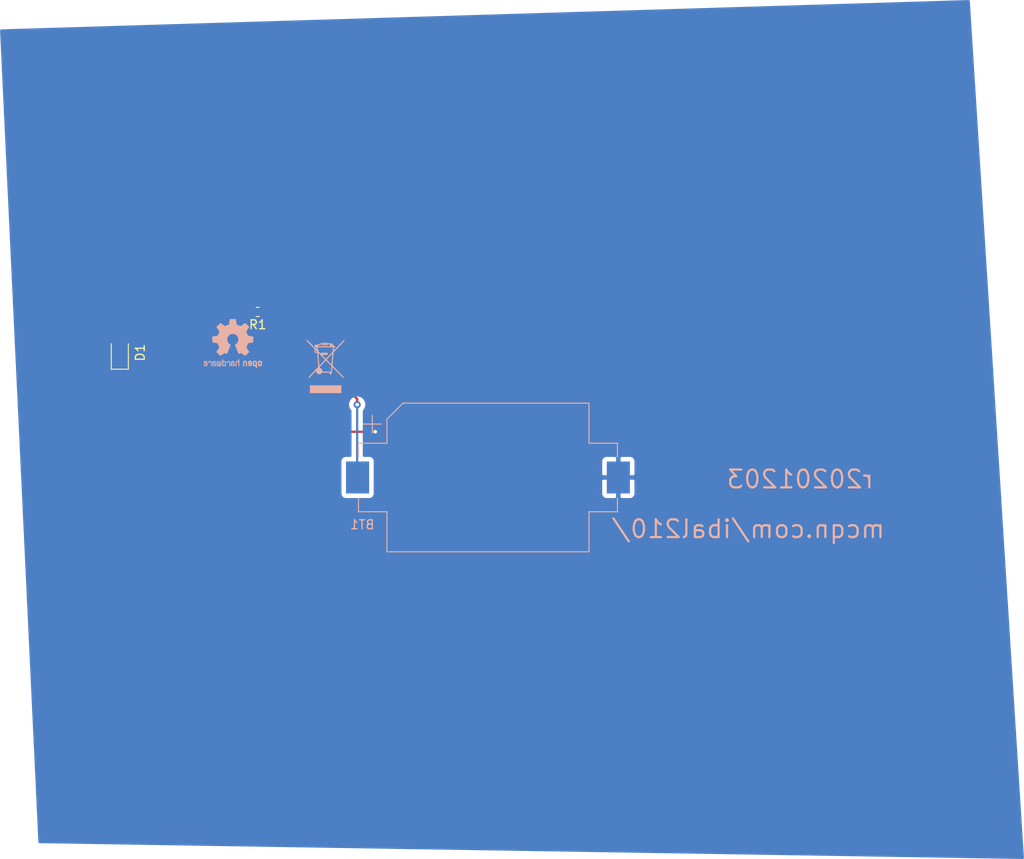
<source format=kicad_pcb>
(kicad_pcb (version 20171130) (host pcbnew 5.1.5+dfsg1-2build2)

  (general
    (thickness 1.6)
    (drawings 2)
    (tracks 17)
    (zones 0)
    (modules 5)
    (nets 4)
  )

  (page A4)
  (layers
    (0 F.Cu signal)
    (31 B.Cu signal)
    (32 B.Adhes user)
    (33 F.Adhes user)
    (34 B.Paste user)
    (35 F.Paste user)
    (36 B.SilkS user)
    (37 F.SilkS user)
    (38 B.Mask user)
    (39 F.Mask user)
    (40 Dwgs.User user)
    (41 Cmts.User user)
    (42 Eco1.User user)
    (43 Eco2.User user)
    (44 Edge.Cuts user)
    (45 Margin user)
    (46 B.CrtYd user)
    (47 F.CrtYd user)
    (48 B.Fab user)
    (49 F.Fab user)
  )

  (setup
    (last_trace_width 0.25)
    (trace_clearance 0.2)
    (zone_clearance 0.508)
    (zone_45_only no)
    (trace_min 0.2)
    (via_size 0.8)
    (via_drill 0.4)
    (via_min_size 0.4)
    (via_min_drill 0.3)
    (uvia_size 0.3)
    (uvia_drill 0.1)
    (uvias_allowed no)
    (uvia_min_size 0.2)
    (uvia_min_drill 0.1)
    (edge_width 0.05)
    (segment_width 0.2)
    (pcb_text_width 0.3)
    (pcb_text_size 1.5 1.5)
    (mod_edge_width 0.12)
    (mod_text_size 1 1)
    (mod_text_width 0.15)
    (pad_size 1.524 1.524)
    (pad_drill 0.762)
    (pad_to_mask_clearance 0.051)
    (solder_mask_min_width 0.25)
    (aux_axis_origin 0 0)
    (visible_elements FFFFFF7F)
    (pcbplotparams
      (layerselection 0x010ff_ffffffff)
      (usegerberextensions false)
      (usegerberattributes false)
      (usegerberadvancedattributes false)
      (creategerberjobfile false)
      (excludeedgelayer true)
      (linewidth 0.100000)
      (plotframeref false)
      (viasonmask false)
      (mode 1)
      (useauxorigin false)
      (hpglpennumber 1)
      (hpglpenspeed 20)
      (hpglpendiameter 15.000000)
      (psnegative false)
      (psa4output false)
      (plotreference true)
      (plotvalue true)
      (plotinvisibletext false)
      (padsonsilk false)
      (subtractmaskfromsilk false)
      (outputformat 1)
      (mirror false)
      (drillshape 0)
      (scaleselection 1)
      (outputdirectory "Output/"))
  )

  (net 0 "")
  (net 1 GND)
  (net 2 +BATT)
  (net 3 "Net-(D1-Pad2)")

  (net_class Default "This is the default net class."
    (clearance 0.2)
    (trace_width 0.25)
    (via_dia 0.8)
    (via_drill 0.4)
    (uvia_dia 0.3)
    (uvia_drill 0.1)
    (add_net +BATT)
    (add_net GND)
    (add_net "Net-(D1-Pad2)")
  )

  (module Symbol:WEEE-Logo_4.2x6mm_SilkScreen (layer B.Cu) (tedit 0) (tstamp 5FC9C57E)
    (at 107.188 69.596 180)
    (descr "Waste Electrical and Electronic Equipment Directive")
    (tags "Logo WEEE")
    (attr virtual)
    (fp_text reference REF** (at 0 0) (layer B.SilkS) hide
      (effects (font (size 1 1) (thickness 0.15)) (justify mirror))
    )
    (fp_text value WEEE-Logo_4.2x6mm_SilkScreen (at 0.75 0) (layer B.Fab) hide
      (effects (font (size 1 1) (thickness 0.15)) (justify mirror))
    )
    (fp_poly (pts (xy 2.12443 2.935152) (xy 2.123811 2.848069) (xy 1.672086 2.389109) (xy 1.220361 1.930148)
      (xy 1.220032 1.719529) (xy 1.219703 1.508911) (xy 0.94461 1.508911) (xy 0.937522 1.45547)
      (xy 0.934838 1.431112) (xy 0.930313 1.385241) (xy 0.924191 1.320595) (xy 0.916712 1.239909)
      (xy 0.908119 1.145919) (xy 0.898654 1.041363) (xy 0.888558 0.928975) (xy 0.878074 0.811493)
      (xy 0.867444 0.691652) (xy 0.856909 0.572189) (xy 0.846713 0.455841) (xy 0.837095 0.345343)
      (xy 0.8283 0.243431) (xy 0.820568 0.152842) (xy 0.814142 0.076313) (xy 0.809263 0.016579)
      (xy 0.806175 -0.023624) (xy 0.805117 -0.041559) (xy 0.805118 -0.041644) (xy 0.812827 -0.056035)
      (xy 0.835981 -0.085748) (xy 0.874895 -0.131131) (xy 0.929884 -0.192529) (xy 1.001264 -0.270288)
      (xy 1.089349 -0.364754) (xy 1.194454 -0.476272) (xy 1.316895 -0.605188) (xy 1.35131 -0.641287)
      (xy 1.897137 -1.213416) (xy 1.808881 -1.301436) (xy 1.737485 -1.223758) (xy 1.711366 -1.195686)
      (xy 1.670566 -1.152274) (xy 1.617777 -1.096366) (xy 1.555691 -1.030808) (xy 1.487 -0.958441)
      (xy 1.414396 -0.882112) (xy 1.37096 -0.836524) (xy 1.289416 -0.751119) (xy 1.223504 -0.68271)
      (xy 1.171544 -0.630053) (xy 1.131855 -0.591905) (xy 1.102757 -0.56702) (xy 1.082569 -0.554156)
      (xy 1.06961 -0.552068) (xy 1.0622 -0.559513) (xy 1.058658 -0.575246) (xy 1.057303 -0.598023)
      (xy 1.057121 -0.604239) (xy 1.047703 -0.647061) (xy 1.024497 -0.698819) (xy 0.992136 -0.751328)
      (xy 0.955252 -0.796403) (xy 0.940493 -0.810328) (xy 0.864767 -0.859047) (xy 0.776308 -0.886306)
      (xy 0.6981 -0.892773) (xy 0.609468 -0.880576) (xy 0.527612 -0.844813) (xy 0.455164 -0.786722)
      (xy 0.441797 -0.772262) (xy 0.392918 -0.716733) (xy -0.452674 -0.716733) (xy -0.452674 -0.892773)
      (xy -0.67901 -0.892773) (xy -0.67901 -0.810531) (xy -0.68185 -0.754386) (xy -0.691393 -0.715416)
      (xy -0.702991 -0.694219) (xy -0.711277 -0.679052) (xy -0.718373 -0.657062) (xy -0.724748 -0.624987)
      (xy -0.730872 -0.579569) (xy -0.737216 -0.517548) (xy -0.74425 -0.435662) (xy -0.749066 -0.374746)
      (xy -0.771161 -0.089343) (xy -1.313565 -0.638805) (xy -1.411637 -0.738228) (xy -1.505784 -0.833815)
      (xy -1.594285 -0.92381) (xy -1.67542 -1.006457) (xy -1.747469 -1.080001) (xy -1.808712 -1.142684)
      (xy -1.857427 -1.192752) (xy -1.891896 -1.228448) (xy -1.910379 -1.247995) (xy -1.940743 -1.278944)
      (xy -1.966071 -1.30053) (xy -1.979695 -1.307723) (xy -1.997095 -1.299297) (xy -2.02246 -1.278245)
      (xy -2.031058 -1.269671) (xy -2.067514 -1.23162) (xy -1.866802 -1.027658) (xy -1.815596 -0.975699)
      (xy -1.749569 -0.90882) (xy -1.671618 -0.82995) (xy -1.584638 -0.742014) (xy -1.491526 -0.647941)
      (xy -1.395179 -0.550658) (xy -1.298492 -0.453093) (xy -1.229134 -0.383145) (xy -1.123703 -0.27655)
      (xy -1.035129 -0.186307) (xy -0.962281 -0.111192) (xy -0.904023 -0.049986) (xy -0.859225 -0.001466)
      (xy -0.837021 0.023871) (xy -0.658724 0.023871) (xy -0.636401 -0.261555) (xy -0.629669 -0.345219)
      (xy -0.623157 -0.421727) (xy -0.617234 -0.487081) (xy -0.612268 -0.537281) (xy -0.608629 -0.568329)
      (xy -0.607458 -0.575273) (xy -0.600838 -0.603565) (xy 0.348636 -0.603565) (xy 0.354974 -0.524606)
      (xy 0.37411 -0.431315) (xy 0.414154 -0.348791) (xy 0.472582 -0.280038) (xy 0.546871 -0.228063)
      (xy 0.630252 -0.196863) (xy 0.657302 -0.182228) (xy 0.670844 -0.150819) (xy 0.671128 -0.149434)
      (xy 0.672753 -0.136174) (xy 0.670744 -0.122595) (xy 0.663142 -0.106181) (xy 0.647984 -0.084411)
      (xy 0.623312 -0.054767) (xy 0.587164 -0.014732) (xy 0.53758 0.038215) (xy 0.472599 0.106591)
      (xy 0.468401 0.110995) (xy 0.398507 0.184389) (xy 0.3242 0.262563) (xy 0.250586 0.340136)
      (xy 0.182771 0.411725) (xy 0.12586 0.471949) (xy 0.113168 0.485413) (xy 0.064513 0.53618)
      (xy 0.021291 0.579625) (xy -0.013395 0.612759) (xy -0.036444 0.632595) (xy -0.044182 0.636954)
      (xy -0.055722 0.62783) (xy -0.08271 0.6028) (xy -0.123021 0.563948) (xy -0.174529 0.513357)
      (xy -0.235109 0.453112) (xy -0.302636 0.385296) (xy -0.357826 0.329435) (xy -0.658724 0.023871)
      (xy -0.837021 0.023871) (xy -0.826751 0.035589) (xy -0.805471 0.062401) (xy -0.794251 0.080192)
      (xy -0.791754 0.08843) (xy -0.7927 0.10641) (xy -0.795573 0.147108) (xy -0.800187 0.208181)
      (xy -0.806358 0.287287) (xy -0.813898 0.382086) (xy -0.822621 0.490233) (xy -0.832343 0.609388)
      (xy -0.842876 0.737209) (xy -0.851365 0.839365) (xy -0.899396 1.415326) (xy -0.775805 1.415326)
      (xy -0.775273 1.402896) (xy -0.772769 1.36789) (xy -0.768496 1.312785) (xy -0.762653 1.240057)
      (xy -0.755443 1.152186) (xy -0.747066 1.051649) (xy -0.737723 0.940923) (xy -0.728758 0.835795)
      (xy -0.718602 0.716517) (xy -0.709142 0.60392) (xy -0.700596 0.500695) (xy -0.693179 0.409527)
      (xy -0.687108 0.333105) (xy -0.682601 0.274117) (xy -0.679873 0.235251) (xy -0.679116 0.220156)
      (xy -0.677935 0.210762) (xy -0.673256 0.207034) (xy -0.663276 0.210529) (xy -0.64619 0.222801)
      (xy -0.620196 0.245406) (xy -0.58349 0.2799) (xy -0.534267 0.327838) (xy -0.470726 0.390776)
      (xy -0.403305 0.458032) (xy -0.127601 0.733523) (xy -0.129533 0.735594) (xy 0.05271 0.735594)
      (xy 0.061016 0.72422) (xy 0.084267 0.697437) (xy 0.120135 0.657708) (xy 0.166287 0.607493)
      (xy 0.220394 0.549254) (xy 0.280126 0.485453) (xy 0.343152 0.418551) (xy 0.407142 0.35101)
      (xy 0.469764 0.28529) (xy 0.52869 0.223854) (xy 0.581588 0.169163) (xy 0.626128 0.123678)
      (xy 0.65998 0.089862) (xy 0.680812 0.070174) (xy 0.686494 0.066163) (xy 0.688366 0.079109)
      (xy 0.692254 0.114866) (xy 0.697943 0.171196) (xy 0.705219 0.24586) (xy 0.713869 0.33662)
      (xy 0.723678 0.441238) (xy 0.734434 0.557474) (xy 0.745921 0.683092) (xy 0.755093 0.784382)
      (xy 0.766826 0.915721) (xy 0.777665 1.039448) (xy 0.78743 1.153319) (xy 0.795937 1.255089)
      (xy 0.803005 1.342513) (xy 0.808451 1.413347) (xy 0.812092 1.465347) (xy 0.813747 1.496268)
      (xy 0.813558 1.504297) (xy 0.803666 1.497146) (xy 0.778476 1.474159) (xy 0.74019 1.437561)
      (xy 0.691011 1.389578) (xy 0.633139 1.332434) (xy 0.568778 1.268353) (xy 0.500129 1.199562)
      (xy 0.429395 1.128284) (xy 0.358778 1.056745) (xy 0.29048 0.98717) (xy 0.226704 0.921783)
      (xy 0.16965 0.862809) (xy 0.121522 0.812473) (xy 0.084522 0.773001) (xy 0.060852 0.746617)
      (xy 0.05271 0.735594) (xy -0.129533 0.735594) (xy -0.230409 0.843705) (xy -0.282768 0.899623)
      (xy -0.341535 0.962052) (xy -0.404385 1.028557) (xy -0.468995 1.096702) (xy -0.533042 1.164052)
      (xy -0.594203 1.228172) (xy -0.650153 1.286628) (xy -0.69857 1.336982) (xy -0.73713 1.376802)
      (xy -0.763509 1.40365) (xy -0.775384 1.415092) (xy -0.775805 1.415326) (xy -0.899396 1.415326)
      (xy -0.911401 1.559274) (xy -1.511938 2.190842) (xy -2.112475 2.822411) (xy -2.112034 2.910685)
      (xy -2.111592 2.99896) (xy -2.014583 2.895334) (xy -1.960291 2.837537) (xy -1.896192 2.769632)
      (xy -1.824016 2.693428) (xy -1.745492 2.610731) (xy -1.662349 2.523347) (xy -1.576319 2.433085)
      (xy -1.48913 2.34175) (xy -1.402513 2.251151) (xy -1.318197 2.163093) (xy -1.237912 2.079385)
      (xy -1.163387 2.001833) (xy -1.096354 1.932243) (xy -1.038541 1.872424) (xy -0.991679 1.824182)
      (xy -0.957496 1.789324) (xy -0.937724 1.769657) (xy -0.93339 1.765884) (xy -0.933092 1.779008)
      (xy -0.934731 1.812611) (xy -0.938023 1.86212) (xy -0.942682 1.922963) (xy -0.944682 1.947268)
      (xy -0.959577 2.125049) (xy -0.842955 2.125049) (xy -0.836934 2.096757) (xy -0.833863 2.074382)
      (xy -0.829548 2.032283) (xy -0.824488 1.975822) (xy -0.819181 1.910365) (xy -0.817344 1.886138)
      (xy -0.811927 1.816579) (xy -0.806459 1.751982) (xy -0.801488 1.698452) (xy -0.797561 1.66209)
      (xy -0.796675 1.655491) (xy -0.793334 1.641944) (xy -0.786101 1.626086) (xy -0.77344 1.606139)
      (xy -0.753811 1.580327) (xy -0.725678 1.546871) (xy -0.687502 1.503993) (xy -0.637746 1.449917)
      (xy -0.574871 1.382864) (xy -0.497341 1.301057) (xy -0.418251 1.21805) (xy -0.339564 1.135906)
      (xy -0.266112 1.059831) (xy -0.199724 0.991675) (xy -0.142227 0.933288) (xy -0.095451 0.886519)
      (xy -0.061224 0.853218) (xy -0.041373 0.835233) (xy -0.03714 0.832558) (xy -0.026003 0.842259)
      (xy 0.000029 0.867559) (xy 0.03843 0.905918) (xy 0.086672 0.9548) (xy 0.14223 1.011666)
      (xy 0.182408 1.053094) (xy 0.392169 1.27) (xy -0.226337 1.27) (xy -0.226337 1.508911)
      (xy 0.528119 1.508911) (xy 0.528119 1.402458) (xy 0.666435 1.540346) (xy 0.764553 1.63816)
      (xy 0.955643 1.63816) (xy 0.957471 1.62273) (xy 0.966723 1.614133) (xy 0.98905 1.610387)
      (xy 1.030105 1.609511) (xy 1.037376 1.609505) (xy 1.119109 1.609505) (xy 1.119109 1.828828)
      (xy 1.037376 1.747821) (xy 0.99127 1.698572) (xy 0.963694 1.660841) (xy 0.955643 1.63816)
      (xy 0.764553 1.63816) (xy 0.804752 1.678234) (xy 0.804752 1.801048) (xy 0.805137 1.85755)
      (xy 0.8069 1.893495) (xy 0.81095 1.91347) (xy 0.818199 1.922063) (xy 0.82913 1.923861)
      (xy 0.841288 1.926502) (xy 0.850273 1.937088) (xy 0.857174 1.959619) (xy 0.863076 1.998091)
      (xy 0.869065 2.056502) (xy 0.870987 2.077896) (xy 0.875148 2.125049) (xy -0.842955 2.125049)
      (xy -0.959577 2.125049) (xy -1.119109 2.125049) (xy -1.119109 2.238218) (xy -1.051314 2.238218)
      (xy -1.011662 2.239304) (xy -0.990116 2.244546) (xy -0.98748 2.247666) (xy -0.848616 2.247666)
      (xy -0.841308 2.240538) (xy -0.815993 2.238338) (xy -0.798908 2.238218) (xy -0.741881 2.238218)
      (xy -0.529221 2.238218) (xy 0.885302 2.238218) (xy 0.837458 2.287214) (xy 0.76315 2.347676)
      (xy 0.671184 2.394309) (xy 0.560002 2.427751) (xy 0.449529 2.446247) (xy 0.377227 2.454878)
      (xy 0.377227 2.36396) (xy -0.201188 2.36396) (xy -0.201188 2.467107) (xy -0.286065 2.458504)
      (xy -0.345368 2.451244) (xy -0.408551 2.441621) (xy -0.446386 2.434748) (xy -0.521832 2.419593)
      (xy -0.525526 2.328905) (xy -0.529221 2.238218) (xy -0.741881 2.238218) (xy -0.741881 2.288515)
      (xy -0.743544 2.320024) (xy -0.747697 2.337537) (xy -0.749371 2.338812) (xy -0.767987 2.330746)
      (xy -0.795183 2.31118) (xy -0.822448 2.287056) (xy -0.841267 2.265318) (xy -0.842943 2.262492)
      (xy -0.848616 2.247666) (xy -0.98748 2.247666) (xy -0.979662 2.256919) (xy -0.975442 2.270396)
      (xy -0.958219 2.305373) (xy -0.925138 2.347421) (xy -0.881893 2.390644) (xy -0.834174 2.429146)
      (xy -0.80283 2.449199) (xy -0.767123 2.471149) (xy -0.748819 2.489589) (xy -0.742388 2.511332)
      (xy -0.741894 2.524282) (xy -0.741894 2.527425) (xy -0.100594 2.527425) (xy -0.100594 2.464554)
      (xy 0.276633 2.464554) (xy 0.276633 2.527425) (xy -0.100594 2.527425) (xy -0.741894 2.527425)
      (xy -0.741881 2.565148) (xy -0.636048 2.565148) (xy -0.587355 2.563971) (xy -0.549405 2.560835)
      (xy -0.528308 2.556329) (xy -0.526023 2.554505) (xy -0.512641 2.551705) (xy -0.480074 2.552852)
      (xy -0.433916 2.557607) (xy -0.402376 2.561997) (xy -0.345188 2.570622) (xy -0.292886 2.578409)
      (xy -0.253582 2.584153) (xy -0.242055 2.585785) (xy -0.211937 2.595112) (xy -0.201188 2.609728)
      (xy -0.19792 2.61568) (xy -0.18623 2.620222) (xy -0.163288 2.62353) (xy -0.126265 2.625785)
      (xy -0.072332 2.627166) (xy 0.00134 2.62785) (xy 0.08802 2.62802) (xy 0.180529 2.627923)
      (xy 0.250906 2.62747) (xy 0.302164 2.62641) (xy 0.33732 2.624497) (xy 0.359389 2.621481)
      (xy 0.371385 2.617115) (xy 0.376324 2.611151) (xy 0.377227 2.604216) (xy 0.384921 2.582205)
      (xy 0.410121 2.569679) (xy 0.456009 2.565212) (xy 0.464264 2.565148) (xy 0.541973 2.557132)
      (xy 0.630233 2.535064) (xy 0.721085 2.501916) (xy 0.80657 2.460661) (xy 0.878726 2.414269)
      (xy 0.888072 2.406918) (xy 0.918533 2.383002) (xy 0.936572 2.373424) (xy 0.949169 2.37652)
      (xy 0.9621 2.389296) (xy 1.000293 2.414322) (xy 1.049998 2.423929) (xy 1.103524 2.418933)
      (xy 1.153178 2.400149) (xy 1.191267 2.368394) (xy 1.194025 2.364703) (xy 1.222526 2.305425)
      (xy 1.227828 2.244066) (xy 1.210518 2.185573) (xy 1.17118 2.134896) (xy 1.16637 2.130711)
      (xy 1.13844 2.110833) (xy 1.110102 2.102079) (xy 1.070263 2.101447) (xy 1.060311 2.102008)
      (xy 1.021332 2.103438) (xy 1.001254 2.100161) (xy 0.993985 2.090272) (xy 0.99324 2.081039)
      (xy 0.991716 2.054256) (xy 0.987935 2.013975) (xy 0.985218 1.989876) (xy 0.981277 1.951599)
      (xy 0.982916 1.932004) (xy 0.992421 1.924842) (xy 1.009351 1.923861) (xy 1.019392 1.927099)
      (xy 1.03559 1.93758) (xy 1.059145 1.956452) (xy 1.091257 1.984865) (xy 1.133128 2.023965)
      (xy 1.185957 2.074903) (xy 1.250945 2.138827) (xy 1.329291 2.216886) (xy 1.422197 2.310228)
      (xy 1.530863 2.420002) (xy 1.583231 2.473048) (xy 2.125049 3.022233) (xy 2.12443 2.935152)) (layer B.SilkS) (width 0.01))
    (fp_poly (pts (xy 1.747822 -3.017822) (xy -1.772971 -3.017822) (xy -1.772971 -2.150198) (xy 1.747822 -2.150198)
      (xy 1.747822 -3.017822)) (layer B.SilkS) (width 0.01))
  )

  (module Symbol:OSHW-Logo2_7.3x6mm_SilkScreen (layer B.Cu) (tedit 0) (tstamp 5FC9BFE7)
    (at 96.774 67.056 180)
    (descr "Open Source Hardware Symbol")
    (tags "Logo Symbol OSHW")
    (attr virtual)
    (fp_text reference REF** (at 0 0) (layer B.SilkS) hide
      (effects (font (size 1 1) (thickness 0.15)) (justify mirror))
    )
    (fp_text value OSHW-Logo2_7.3x6mm_SilkScreen (at 0.75 0) (layer B.Fab) hide
      (effects (font (size 1 1) (thickness 0.15)) (justify mirror))
    )
    (fp_poly (pts (xy 0.10391 2.757652) (xy 0.182454 2.757222) (xy 0.239298 2.756058) (xy 0.278105 2.753793)
      (xy 0.302538 2.75006) (xy 0.316262 2.744494) (xy 0.32294 2.736727) (xy 0.326236 2.726395)
      (xy 0.326556 2.725057) (xy 0.331562 2.700921) (xy 0.340829 2.653299) (xy 0.353392 2.587259)
      (xy 0.368287 2.507872) (xy 0.384551 2.420204) (xy 0.385119 2.417125) (xy 0.40141 2.331211)
      (xy 0.416652 2.255304) (xy 0.429861 2.193955) (xy 0.440054 2.151718) (xy 0.446248 2.133145)
      (xy 0.446543 2.132816) (xy 0.464788 2.123747) (xy 0.502405 2.108633) (xy 0.551271 2.090738)
      (xy 0.551543 2.090642) (xy 0.613093 2.067507) (xy 0.685657 2.038035) (xy 0.754057 2.008403)
      (xy 0.757294 2.006938) (xy 0.868702 1.956374) (xy 1.115399 2.12484) (xy 1.191077 2.176197)
      (xy 1.259631 2.222111) (xy 1.317088 2.25997) (xy 1.359476 2.287163) (xy 1.382825 2.301079)
      (xy 1.385042 2.302111) (xy 1.40201 2.297516) (xy 1.433701 2.275345) (xy 1.481352 2.234553)
      (xy 1.546198 2.174095) (xy 1.612397 2.109773) (xy 1.676214 2.046388) (xy 1.733329 1.988549)
      (xy 1.780305 1.939825) (xy 1.813703 1.90379) (xy 1.830085 1.884016) (xy 1.830694 1.882998)
      (xy 1.832505 1.869428) (xy 1.825683 1.847267) (xy 1.80854 1.813522) (xy 1.779393 1.7652)
      (xy 1.736555 1.699308) (xy 1.679448 1.614483) (xy 1.628766 1.539823) (xy 1.583461 1.47286)
      (xy 1.54615 1.417484) (xy 1.519452 1.37758) (xy 1.505985 1.357038) (xy 1.505137 1.355644)
      (xy 1.506781 1.335962) (xy 1.519245 1.297707) (xy 1.540048 1.248111) (xy 1.547462 1.232272)
      (xy 1.579814 1.16171) (xy 1.614328 1.081647) (xy 1.642365 1.012371) (xy 1.662568 0.960955)
      (xy 1.678615 0.921881) (xy 1.687888 0.901459) (xy 1.689041 0.899886) (xy 1.706096 0.897279)
      (xy 1.746298 0.890137) (xy 1.804302 0.879477) (xy 1.874763 0.866315) (xy 1.952335 0.851667)
      (xy 2.031672 0.836551) (xy 2.107431 0.821982) (xy 2.174264 0.808978) (xy 2.226828 0.798555)
      (xy 2.259776 0.79173) (xy 2.267857 0.789801) (xy 2.276205 0.785038) (xy 2.282506 0.774282)
      (xy 2.287045 0.753902) (xy 2.290104 0.720266) (xy 2.291967 0.669745) (xy 2.292918 0.598708)
      (xy 2.29324 0.503524) (xy 2.293257 0.464508) (xy 2.293257 0.147201) (xy 2.217057 0.132161)
      (xy 2.174663 0.124005) (xy 2.1114 0.112101) (xy 2.034962 0.097884) (xy 1.953043 0.08279)
      (xy 1.9304 0.078645) (xy 1.854806 0.063947) (xy 1.788953 0.049495) (xy 1.738366 0.036625)
      (xy 1.708574 0.026678) (xy 1.703612 0.023713) (xy 1.691426 0.002717) (xy 1.673953 -0.037967)
      (xy 1.654577 -0.090322) (xy 1.650734 -0.1016) (xy 1.625339 -0.171523) (xy 1.593817 -0.250418)
      (xy 1.562969 -0.321266) (xy 1.562817 -0.321595) (xy 1.511447 -0.432733) (xy 1.680399 -0.681253)
      (xy 1.849352 -0.929772) (xy 1.632429 -1.147058) (xy 1.566819 -1.211726) (xy 1.506979 -1.268733)
      (xy 1.456267 -1.315033) (xy 1.418046 -1.347584) (xy 1.395675 -1.363343) (xy 1.392466 -1.364343)
      (xy 1.373626 -1.356469) (xy 1.33518 -1.334578) (xy 1.28133 -1.301267) (xy 1.216276 -1.259131)
      (xy 1.14594 -1.211943) (xy 1.074555 -1.16381) (xy 1.010908 -1.121928) (xy 0.959041 -1.088871)
      (xy 0.922995 -1.067218) (xy 0.906867 -1.059543) (xy 0.887189 -1.066037) (xy 0.849875 -1.08315)
      (xy 0.802621 -1.107326) (xy 0.797612 -1.110013) (xy 0.733977 -1.141927) (xy 0.690341 -1.157579)
      (xy 0.663202 -1.157745) (xy 0.649057 -1.143204) (xy 0.648975 -1.143) (xy 0.641905 -1.125779)
      (xy 0.625042 -1.084899) (xy 0.599695 -1.023525) (xy 0.567171 -0.944819) (xy 0.528778 -0.851947)
      (xy 0.485822 -0.748072) (xy 0.444222 -0.647502) (xy 0.398504 -0.536516) (xy 0.356526 -0.433703)
      (xy 0.319548 -0.342215) (xy 0.288827 -0.265201) (xy 0.265622 -0.205815) (xy 0.25119 -0.167209)
      (xy 0.246743 -0.1528) (xy 0.257896 -0.136272) (xy 0.287069 -0.10993) (xy 0.325971 -0.080887)
      (xy 0.436757 0.010961) (xy 0.523351 0.116241) (xy 0.584716 0.232734) (xy 0.619815 0.358224)
      (xy 0.627608 0.490493) (xy 0.621943 0.551543) (xy 0.591078 0.678205) (xy 0.53792 0.790059)
      (xy 0.465767 0.885999) (xy 0.377917 0.964924) (xy 0.277665 1.02573) (xy 0.16831 1.067313)
      (xy 0.053147 1.088572) (xy -0.064525 1.088401) (xy -0.18141 1.065699) (xy -0.294211 1.019362)
      (xy -0.399631 0.948287) (xy -0.443632 0.908089) (xy -0.528021 0.804871) (xy -0.586778 0.692075)
      (xy -0.620296 0.57299) (xy -0.628965 0.450905) (xy -0.613177 0.329107) (xy -0.573322 0.210884)
      (xy -0.509793 0.099525) (xy -0.422979 -0.001684) (xy -0.325971 -0.080887) (xy -0.285563 -0.111162)
      (xy -0.257018 -0.137219) (xy -0.246743 -0.152825) (xy -0.252123 -0.169843) (xy -0.267425 -0.2105)
      (xy -0.291388 -0.271642) (xy -0.322756 -0.350119) (xy -0.360268 -0.44278) (xy -0.402667 -0.546472)
      (xy -0.444337 -0.647526) (xy -0.49031 -0.758607) (xy -0.532893 -0.861541) (xy -0.570779 -0.953165)
      (xy -0.60266 -1.030316) (xy -0.627229 -1.089831) (xy -0.64318 -1.128544) (xy -0.64909 -1.143)
      (xy -0.663052 -1.157685) (xy -0.69006 -1.157642) (xy -0.733587 -1.142099) (xy -0.79711 -1.110284)
      (xy -0.797612 -1.110013) (xy -0.84544 -1.085323) (xy -0.884103 -1.067338) (xy -0.905905 -1.059614)
      (xy -0.906867 -1.059543) (xy -0.923279 -1.067378) (xy -0.959513 -1.089165) (xy -1.011526 -1.122328)
      (xy -1.075275 -1.164291) (xy -1.14594 -1.211943) (xy -1.217884 -1.260191) (xy -1.282726 -1.302151)
      (xy -1.336265 -1.335227) (xy -1.374303 -1.356821) (xy -1.392467 -1.364343) (xy -1.409192 -1.354457)
      (xy -1.44282 -1.326826) (xy -1.48999 -1.284495) (xy -1.547342 -1.230505) (xy -1.611516 -1.167899)
      (xy -1.632503 -1.146983) (xy -1.849501 -0.929623) (xy -1.684332 -0.68722) (xy -1.634136 -0.612781)
      (xy -1.590081 -0.545972) (xy -1.554638 -0.490665) (xy -1.530281 -0.450729) (xy -1.519478 -0.430036)
      (xy -1.519162 -0.428563) (xy -1.524857 -0.409058) (xy -1.540174 -0.369822) (xy -1.562463 -0.31743)
      (xy -1.578107 -0.282355) (xy -1.607359 -0.215201) (xy -1.634906 -0.147358) (xy -1.656263 -0.090034)
      (xy -1.662065 -0.072572) (xy -1.678548 -0.025938) (xy -1.69466 0.010095) (xy -1.70351 0.023713)
      (xy -1.72304 0.032048) (xy -1.765666 0.043863) (xy -1.825855 0.057819) (xy -1.898078 0.072578)
      (xy -1.9304 0.078645) (xy -2.012478 0.093727) (xy -2.091205 0.108331) (xy -2.158891 0.12102)
      (xy -2.20784 0.130358) (xy -2.217057 0.132161) (xy -2.293257 0.147201) (xy -2.293257 0.464508)
      (xy -2.293086 0.568846) (xy -2.292384 0.647787) (xy -2.290866 0.704962) (xy -2.288251 0.744001)
      (xy -2.284254 0.768535) (xy -2.278591 0.782195) (xy -2.27098 0.788611) (xy -2.267857 0.789801)
      (xy -2.249022 0.79402) (xy -2.207412 0.802438) (xy -2.14837 0.814039) (xy -2.077243 0.827805)
      (xy -1.999375 0.84272) (xy -1.920113 0.857768) (xy -1.844802 0.871931) (xy -1.778787 0.884194)
      (xy -1.727413 0.893539) (xy -1.696025 0.89895) (xy -1.689041 0.899886) (xy -1.682715 0.912404)
      (xy -1.66871 0.945754) (xy -1.649645 0.993623) (xy -1.642366 1.012371) (xy -1.613004 1.084805)
      (xy -1.578429 1.16483) (xy -1.547463 1.232272) (xy -1.524677 1.283841) (xy -1.509518 1.326215)
      (xy -1.504458 1.352166) (xy -1.505264 1.355644) (xy -1.515959 1.372064) (xy -1.54038 1.408583)
      (xy -1.575905 1.461313) (xy -1.619913 1.526365) (xy -1.669783 1.599849) (xy -1.679644 1.614355)
      (xy -1.737508 1.700296) (xy -1.780044 1.765739) (xy -1.808946 1.813696) (xy -1.82591 1.84718)
      (xy -1.832633 1.869205) (xy -1.83081 1.882783) (xy -1.830764 1.882869) (xy -1.816414 1.900703)
      (xy -1.784677 1.935183) (xy -1.73899 1.982732) (xy -1.682796 2.039778) (xy -1.619532 2.102745)
      (xy -1.612398 2.109773) (xy -1.53267 2.18698) (xy -1.471143 2.24367) (xy -1.426579 2.28089)
      (xy -1.397743 2.299685) (xy -1.385042 2.302111) (xy -1.366506 2.291529) (xy -1.328039 2.267084)
      (xy -1.273614 2.231388) (xy -1.207202 2.187053) (xy -1.132775 2.136689) (xy -1.115399 2.12484)
      (xy -0.868703 1.956374) (xy -0.757294 2.006938) (xy -0.689543 2.036405) (xy -0.616817 2.066041)
      (xy -0.554297 2.08967) (xy -0.551543 2.090642) (xy -0.50264 2.108543) (xy -0.464943 2.12368)
      (xy -0.446575 2.13279) (xy -0.446544 2.132816) (xy -0.440715 2.149283) (xy -0.430808 2.189781)
      (xy -0.417805 2.249758) (xy -0.402691 2.32466) (xy -0.386448 2.409936) (xy -0.385119 2.417125)
      (xy -0.368825 2.504986) (xy -0.353867 2.58474) (xy -0.341209 2.651319) (xy -0.331814 2.699653)
      (xy -0.326646 2.724675) (xy -0.326556 2.725057) (xy -0.323411 2.735701) (xy -0.317296 2.743738)
      (xy -0.304547 2.749533) (xy -0.2815 2.753453) (xy -0.244491 2.755865) (xy -0.189856 2.757135)
      (xy -0.113933 2.757629) (xy -0.013056 2.757714) (xy 0 2.757714) (xy 0.10391 2.757652)) (layer B.SilkS) (width 0.01))
    (fp_poly (pts (xy 3.153595 -1.966966) (xy 3.211021 -2.004497) (xy 3.238719 -2.038096) (xy 3.260662 -2.099064)
      (xy 3.262405 -2.147308) (xy 3.258457 -2.211816) (xy 3.109686 -2.276934) (xy 3.037349 -2.310202)
      (xy 2.990084 -2.336964) (xy 2.965507 -2.360144) (xy 2.961237 -2.382667) (xy 2.974889 -2.407455)
      (xy 2.989943 -2.423886) (xy 3.033746 -2.450235) (xy 3.081389 -2.452081) (xy 3.125145 -2.431546)
      (xy 3.157289 -2.390752) (xy 3.163038 -2.376347) (xy 3.190576 -2.331356) (xy 3.222258 -2.312182)
      (xy 3.265714 -2.295779) (xy 3.265714 -2.357966) (xy 3.261872 -2.400283) (xy 3.246823 -2.435969)
      (xy 3.21528 -2.476943) (xy 3.210592 -2.482267) (xy 3.175506 -2.51872) (xy 3.145347 -2.538283)
      (xy 3.107615 -2.547283) (xy 3.076335 -2.55023) (xy 3.020385 -2.550965) (xy 2.980555 -2.54166)
      (xy 2.955708 -2.527846) (xy 2.916656 -2.497467) (xy 2.889625 -2.464613) (xy 2.872517 -2.423294)
      (xy 2.863238 -2.367521) (xy 2.859693 -2.291305) (xy 2.85941 -2.252622) (xy 2.860372 -2.206247)
      (xy 2.948007 -2.206247) (xy 2.949023 -2.231126) (xy 2.951556 -2.2352) (xy 2.968274 -2.229665)
      (xy 3.004249 -2.215017) (xy 3.052331 -2.19419) (xy 3.062386 -2.189714) (xy 3.123152 -2.158814)
      (xy 3.156632 -2.131657) (xy 3.16399 -2.10622) (xy 3.146391 -2.080481) (xy 3.131856 -2.069109)
      (xy 3.07941 -2.046364) (xy 3.030322 -2.050122) (xy 2.989227 -2.077884) (xy 2.960758 -2.127152)
      (xy 2.951631 -2.166257) (xy 2.948007 -2.206247) (xy 2.860372 -2.206247) (xy 2.861285 -2.162249)
      (xy 2.868196 -2.095384) (xy 2.881884 -2.046695) (xy 2.904096 -2.010849) (xy 2.936574 -1.982513)
      (xy 2.950733 -1.973355) (xy 3.015053 -1.949507) (xy 3.085473 -1.948006) (xy 3.153595 -1.966966)) (layer B.SilkS) (width 0.01))
    (fp_poly (pts (xy 2.6526 -1.958752) (xy 2.669948 -1.966334) (xy 2.711356 -1.999128) (xy 2.746765 -2.046547)
      (xy 2.768664 -2.097151) (xy 2.772229 -2.122098) (xy 2.760279 -2.156927) (xy 2.734067 -2.175357)
      (xy 2.705964 -2.186516) (xy 2.693095 -2.188572) (xy 2.686829 -2.173649) (xy 2.674456 -2.141175)
      (xy 2.669028 -2.126502) (xy 2.63859 -2.075744) (xy 2.59452 -2.050427) (xy 2.53801 -2.051206)
      (xy 2.533825 -2.052203) (xy 2.503655 -2.066507) (xy 2.481476 -2.094393) (xy 2.466327 -2.139287)
      (xy 2.45725 -2.204615) (xy 2.453286 -2.293804) (xy 2.452914 -2.341261) (xy 2.45273 -2.416071)
      (xy 2.451522 -2.467069) (xy 2.448309 -2.499471) (xy 2.442109 -2.518495) (xy 2.43194 -2.529356)
      (xy 2.416819 -2.537272) (xy 2.415946 -2.53767) (xy 2.386828 -2.549981) (xy 2.372403 -2.554514)
      (xy 2.370186 -2.540809) (xy 2.368289 -2.502925) (xy 2.366847 -2.445715) (xy 2.365998 -2.374027)
      (xy 2.365829 -2.321565) (xy 2.366692 -2.220047) (xy 2.37007 -2.143032) (xy 2.377142 -2.086023)
      (xy 2.389088 -2.044526) (xy 2.40709 -2.014043) (xy 2.432327 -1.99008) (xy 2.457247 -1.973355)
      (xy 2.517171 -1.951097) (xy 2.586911 -1.946076) (xy 2.6526 -1.958752)) (layer B.SilkS) (width 0.01))
    (fp_poly (pts (xy 2.144876 -1.956335) (xy 2.186667 -1.975344) (xy 2.219469 -1.998378) (xy 2.243503 -2.024133)
      (xy 2.260097 -2.057358) (xy 2.270577 -2.1028) (xy 2.276271 -2.165207) (xy 2.278507 -2.249327)
      (xy 2.278743 -2.304721) (xy 2.278743 -2.520826) (xy 2.241774 -2.53767) (xy 2.212656 -2.549981)
      (xy 2.198231 -2.554514) (xy 2.195472 -2.541025) (xy 2.193282 -2.504653) (xy 2.191942 -2.451542)
      (xy 2.191657 -2.409372) (xy 2.190434 -2.348447) (xy 2.187136 -2.300115) (xy 2.182321 -2.270518)
      (xy 2.178496 -2.264229) (xy 2.152783 -2.270652) (xy 2.112418 -2.287125) (xy 2.065679 -2.309458)
      (xy 2.020845 -2.333457) (xy 1.986193 -2.35493) (xy 1.970002 -2.369685) (xy 1.969938 -2.369845)
      (xy 1.97133 -2.397152) (xy 1.983818 -2.423219) (xy 2.005743 -2.444392) (xy 2.037743 -2.451474)
      (xy 2.065092 -2.450649) (xy 2.103826 -2.450042) (xy 2.124158 -2.459116) (xy 2.136369 -2.483092)
      (xy 2.137909 -2.487613) (xy 2.143203 -2.521806) (xy 2.129047 -2.542568) (xy 2.092148 -2.552462)
      (xy 2.052289 -2.554292) (xy 1.980562 -2.540727) (xy 1.943432 -2.521355) (xy 1.897576 -2.475845)
      (xy 1.873256 -2.419983) (xy 1.871073 -2.360957) (xy 1.891629 -2.305953) (xy 1.922549 -2.271486)
      (xy 1.95342 -2.252189) (xy 2.001942 -2.227759) (xy 2.058485 -2.202985) (xy 2.06791 -2.199199)
      (xy 2.130019 -2.171791) (xy 2.165822 -2.147634) (xy 2.177337 -2.123619) (xy 2.16658 -2.096635)
      (xy 2.148114 -2.075543) (xy 2.104469 -2.049572) (xy 2.056446 -2.047624) (xy 2.012406 -2.067637)
      (xy 1.980709 -2.107551) (xy 1.976549 -2.117848) (xy 1.952327 -2.155724) (xy 1.916965 -2.183842)
      (xy 1.872343 -2.206917) (xy 1.872343 -2.141485) (xy 1.874969 -2.101506) (xy 1.88623 -2.069997)
      (xy 1.911199 -2.036378) (xy 1.935169 -2.010484) (xy 1.972441 -1.973817) (xy 2.001401 -1.954121)
      (xy 2.032505 -1.94622) (xy 2.067713 -1.944914) (xy 2.144876 -1.956335)) (layer B.SilkS) (width 0.01))
    (fp_poly (pts (xy 1.779833 -1.958663) (xy 1.782048 -1.99685) (xy 1.783784 -2.054886) (xy 1.784899 -2.12818)
      (xy 1.785257 -2.205055) (xy 1.785257 -2.465196) (xy 1.739326 -2.511127) (xy 1.707675 -2.539429)
      (xy 1.67989 -2.550893) (xy 1.641915 -2.550168) (xy 1.62684 -2.548321) (xy 1.579726 -2.542948)
      (xy 1.540756 -2.539869) (xy 1.531257 -2.539585) (xy 1.499233 -2.541445) (xy 1.453432 -2.546114)
      (xy 1.435674 -2.548321) (xy 1.392057 -2.551735) (xy 1.362745 -2.54432) (xy 1.33368 -2.521427)
      (xy 1.323188 -2.511127) (xy 1.277257 -2.465196) (xy 1.277257 -1.978602) (xy 1.314226 -1.961758)
      (xy 1.346059 -1.949282) (xy 1.364683 -1.944914) (xy 1.369458 -1.958718) (xy 1.373921 -1.997286)
      (xy 1.377775 -2.056356) (xy 1.380722 -2.131663) (xy 1.382143 -2.195286) (xy 1.386114 -2.445657)
      (xy 1.420759 -2.450556) (xy 1.452268 -2.447131) (xy 1.467708 -2.436041) (xy 1.472023 -2.415308)
      (xy 1.475708 -2.371145) (xy 1.478469 -2.309146) (xy 1.480012 -2.234909) (xy 1.480235 -2.196706)
      (xy 1.480457 -1.976783) (xy 1.526166 -1.960849) (xy 1.558518 -1.950015) (xy 1.576115 -1.944962)
      (xy 1.576623 -1.944914) (xy 1.578388 -1.958648) (xy 1.580329 -1.99673) (xy 1.582282 -2.054482)
      (xy 1.584084 -2.127227) (xy 1.585343 -2.195286) (xy 1.589314 -2.445657) (xy 1.6764 -2.445657)
      (xy 1.680396 -2.21724) (xy 1.684392 -1.988822) (xy 1.726847 -1.966868) (xy 1.758192 -1.951793)
      (xy 1.776744 -1.944951) (xy 1.777279 -1.944914) (xy 1.779833 -1.958663)) (layer B.SilkS) (width 0.01))
    (fp_poly (pts (xy 1.190117 -2.065358) (xy 1.189933 -2.173837) (xy 1.189219 -2.257287) (xy 1.187675 -2.319704)
      (xy 1.185001 -2.365085) (xy 1.180894 -2.397429) (xy 1.175055 -2.420733) (xy 1.167182 -2.438995)
      (xy 1.161221 -2.449418) (xy 1.111855 -2.505945) (xy 1.049264 -2.541377) (xy 0.980013 -2.55409)
      (xy 0.910668 -2.542463) (xy 0.869375 -2.521568) (xy 0.826025 -2.485422) (xy 0.796481 -2.441276)
      (xy 0.778655 -2.383462) (xy 0.770463 -2.306313) (xy 0.769302 -2.249714) (xy 0.769458 -2.245647)
      (xy 0.870857 -2.245647) (xy 0.871476 -2.31055) (xy 0.874314 -2.353514) (xy 0.88084 -2.381622)
      (xy 0.892523 -2.401953) (xy 0.906483 -2.417288) (xy 0.953365 -2.44689) (xy 1.003701 -2.449419)
      (xy 1.051276 -2.424705) (xy 1.054979 -2.421356) (xy 1.070783 -2.403935) (xy 1.080693 -2.383209)
      (xy 1.086058 -2.352362) (xy 1.088228 -2.304577) (xy 1.088571 -2.251748) (xy 1.087827 -2.185381)
      (xy 1.084748 -2.141106) (xy 1.078061 -2.112009) (xy 1.066496 -2.091173) (xy 1.057013 -2.080107)
      (xy 1.01296 -2.052198) (xy 0.962224 -2.048843) (xy 0.913796 -2.070159) (xy 0.90445 -2.078073)
      (xy 0.88854 -2.095647) (xy 0.87861 -2.116587) (xy 0.873278 -2.147782) (xy 0.871163 -2.196122)
      (xy 0.870857 -2.245647) (xy 0.769458 -2.245647) (xy 0.77281 -2.158568) (xy 0.784726 -2.090086)
      (xy 0.807135 -2.0386) (xy 0.842124 -1.998443) (xy 0.869375 -1.977861) (xy 0.918907 -1.955625)
      (xy 0.976316 -1.945304) (xy 1.029682 -1.948067) (xy 1.059543 -1.959212) (xy 1.071261 -1.962383)
      (xy 1.079037 -1.950557) (xy 1.084465 -1.918866) (xy 1.088571 -1.870593) (xy 1.093067 -1.816829)
      (xy 1.099313 -1.784482) (xy 1.110676 -1.765985) (xy 1.130528 -1.75377) (xy 1.143 -1.748362)
      (xy 1.190171 -1.728601) (xy 1.190117 -2.065358)) (layer B.SilkS) (width 0.01))
    (fp_poly (pts (xy 0.529926 -1.949755) (xy 0.595858 -1.974084) (xy 0.649273 -2.017117) (xy 0.670164 -2.047409)
      (xy 0.692939 -2.102994) (xy 0.692466 -2.143186) (xy 0.668562 -2.170217) (xy 0.659717 -2.174813)
      (xy 0.62153 -2.189144) (xy 0.602028 -2.185472) (xy 0.595422 -2.161407) (xy 0.595086 -2.148114)
      (xy 0.582992 -2.09921) (xy 0.551471 -2.064999) (xy 0.507659 -2.048476) (xy 0.458695 -2.052634)
      (xy 0.418894 -2.074227) (xy 0.40545 -2.086544) (xy 0.395921 -2.101487) (xy 0.389485 -2.124075)
      (xy 0.385317 -2.159328) (xy 0.382597 -2.212266) (xy 0.380502 -2.287907) (xy 0.37996 -2.311857)
      (xy 0.377981 -2.39379) (xy 0.375731 -2.451455) (xy 0.372357 -2.489608) (xy 0.367006 -2.513004)
      (xy 0.358824 -2.526398) (xy 0.346959 -2.534545) (xy 0.339362 -2.538144) (xy 0.307102 -2.550452)
      (xy 0.288111 -2.554514) (xy 0.281836 -2.540948) (xy 0.278006 -2.499934) (xy 0.2766 -2.430999)
      (xy 0.277598 -2.333669) (xy 0.277908 -2.318657) (xy 0.280101 -2.229859) (xy 0.282693 -2.165019)
      (xy 0.286382 -2.119067) (xy 0.291864 -2.086935) (xy 0.299835 -2.063553) (xy 0.310993 -2.043852)
      (xy 0.31683 -2.03541) (xy 0.350296 -1.998057) (xy 0.387727 -1.969003) (xy 0.392309 -1.966467)
      (xy 0.459426 -1.946443) (xy 0.529926 -1.949755)) (layer B.SilkS) (width 0.01))
    (fp_poly (pts (xy 0.039744 -1.950968) (xy 0.096616 -1.972087) (xy 0.097267 -1.972493) (xy 0.13244 -1.99838)
      (xy 0.158407 -2.028633) (xy 0.17667 -2.068058) (xy 0.188732 -2.121462) (xy 0.196096 -2.193651)
      (xy 0.200264 -2.289432) (xy 0.200629 -2.303078) (xy 0.205876 -2.508842) (xy 0.161716 -2.531678)
      (xy 0.129763 -2.54711) (xy 0.11047 -2.554423) (xy 0.109578 -2.554514) (xy 0.106239 -2.541022)
      (xy 0.103587 -2.504626) (xy 0.101956 -2.451452) (xy 0.1016 -2.408393) (xy 0.101592 -2.338641)
      (xy 0.098403 -2.294837) (xy 0.087288 -2.273944) (xy 0.063501 -2.272925) (xy 0.022296 -2.288741)
      (xy -0.039914 -2.317815) (xy -0.085659 -2.341963) (xy -0.109187 -2.362913) (xy -0.116104 -2.385747)
      (xy -0.116114 -2.386877) (xy -0.104701 -2.426212) (xy -0.070908 -2.447462) (xy -0.019191 -2.450539)
      (xy 0.018061 -2.450006) (xy 0.037703 -2.460735) (xy 0.049952 -2.486505) (xy 0.057002 -2.519337)
      (xy 0.046842 -2.537966) (xy 0.043017 -2.540632) (xy 0.007001 -2.55134) (xy -0.043434 -2.552856)
      (xy -0.095374 -2.545759) (xy -0.132178 -2.532788) (xy -0.183062 -2.489585) (xy -0.211986 -2.429446)
      (xy -0.217714 -2.382462) (xy -0.213343 -2.340082) (xy -0.197525 -2.305488) (xy -0.166203 -2.274763)
      (xy -0.115322 -2.24399) (xy -0.040824 -2.209252) (xy -0.036286 -2.207288) (xy 0.030821 -2.176287)
      (xy 0.072232 -2.150862) (xy 0.089981 -2.128014) (xy 0.086107 -2.104745) (xy 0.062643 -2.078056)
      (xy 0.055627 -2.071914) (xy 0.00863 -2.0481) (xy -0.040067 -2.049103) (xy -0.082478 -2.072451)
      (xy -0.110616 -2.115675) (xy -0.113231 -2.12416) (xy -0.138692 -2.165308) (xy -0.170999 -2.185128)
      (xy -0.217714 -2.20477) (xy -0.217714 -2.15395) (xy -0.203504 -2.080082) (xy -0.161325 -2.012327)
      (xy -0.139376 -1.989661) (xy -0.089483 -1.960569) (xy -0.026033 -1.9474) (xy 0.039744 -1.950968)) (layer B.SilkS) (width 0.01))
    (fp_poly (pts (xy -0.624114 -1.851289) (xy -0.619861 -1.910613) (xy -0.614975 -1.945572) (xy -0.608205 -1.96082)
      (xy -0.598298 -1.961015) (xy -0.595086 -1.959195) (xy -0.552356 -1.946015) (xy -0.496773 -1.946785)
      (xy -0.440263 -1.960333) (xy -0.404918 -1.977861) (xy -0.368679 -2.005861) (xy -0.342187 -2.037549)
      (xy -0.324001 -2.077813) (xy -0.312678 -2.131543) (xy -0.306778 -2.203626) (xy -0.304857 -2.298951)
      (xy -0.304823 -2.317237) (xy -0.3048 -2.522646) (xy -0.350509 -2.53858) (xy -0.382973 -2.54942)
      (xy -0.400785 -2.554468) (xy -0.401309 -2.554514) (xy -0.403063 -2.540828) (xy -0.404556 -2.503076)
      (xy -0.405674 -2.446224) (xy -0.406303 -2.375234) (xy -0.4064 -2.332073) (xy -0.406602 -2.246973)
      (xy -0.407642 -2.185981) (xy -0.410169 -2.144177) (xy -0.414836 -2.116642) (xy -0.422293 -2.098456)
      (xy -0.433189 -2.084698) (xy -0.439993 -2.078073) (xy -0.486728 -2.051375) (xy -0.537728 -2.049375)
      (xy -0.583999 -2.071955) (xy -0.592556 -2.080107) (xy -0.605107 -2.095436) (xy -0.613812 -2.113618)
      (xy -0.619369 -2.139909) (xy -0.622474 -2.179562) (xy -0.623824 -2.237832) (xy -0.624114 -2.318173)
      (xy -0.624114 -2.522646) (xy -0.669823 -2.53858) (xy -0.702287 -2.54942) (xy -0.720099 -2.554468)
      (xy -0.720623 -2.554514) (xy -0.721963 -2.540623) (xy -0.723172 -2.501439) (xy -0.724199 -2.4407)
      (xy -0.724998 -2.362141) (xy -0.725519 -2.269498) (xy -0.725714 -2.166509) (xy -0.725714 -1.769342)
      (xy -0.678543 -1.749444) (xy -0.631371 -1.729547) (xy -0.624114 -1.851289)) (layer B.SilkS) (width 0.01))
    (fp_poly (pts (xy -1.831697 -1.931239) (xy -1.774473 -1.969735) (xy -1.730251 -2.025335) (xy -1.703833 -2.096086)
      (xy -1.69849 -2.148162) (xy -1.699097 -2.169893) (xy -1.704178 -2.186531) (xy -1.718145 -2.201437)
      (xy -1.745411 -2.217973) (xy -1.790388 -2.239498) (xy -1.857489 -2.269374) (xy -1.857829 -2.269524)
      (xy -1.919593 -2.297813) (xy -1.970241 -2.322933) (xy -2.004596 -2.342179) (xy -2.017482 -2.352848)
      (xy -2.017486 -2.352934) (xy -2.006128 -2.376166) (xy -1.979569 -2.401774) (xy -1.949077 -2.420221)
      (xy -1.93363 -2.423886) (xy -1.891485 -2.411212) (xy -1.855192 -2.379471) (xy -1.837483 -2.344572)
      (xy -1.820448 -2.318845) (xy -1.787078 -2.289546) (xy -1.747851 -2.264235) (xy -1.713244 -2.250471)
      (xy -1.706007 -2.249714) (xy -1.697861 -2.26216) (xy -1.69737 -2.293972) (xy -1.703357 -2.336866)
      (xy -1.714643 -2.382558) (xy -1.73005 -2.422761) (xy -1.730829 -2.424322) (xy -1.777196 -2.489062)
      (xy -1.837289 -2.533097) (xy -1.905535 -2.554711) (xy -1.976362 -2.552185) (xy -2.044196 -2.523804)
      (xy -2.047212 -2.521808) (xy -2.100573 -2.473448) (xy -2.13566 -2.410352) (xy -2.155078 -2.327387)
      (xy -2.157684 -2.304078) (xy -2.162299 -2.194055) (xy -2.156767 -2.142748) (xy -2.017486 -2.142748)
      (xy -2.015676 -2.174753) (xy -2.005778 -2.184093) (xy -1.981102 -2.177105) (xy -1.942205 -2.160587)
      (xy -1.898725 -2.139881) (xy -1.897644 -2.139333) (xy -1.860791 -2.119949) (xy -1.846 -2.107013)
      (xy -1.849647 -2.093451) (xy -1.865005 -2.075632) (xy -1.904077 -2.049845) (xy -1.946154 -2.04795)
      (xy -1.983897 -2.066717) (xy -2.009966 -2.102915) (xy -2.017486 -2.142748) (xy -2.156767 -2.142748)
      (xy -2.152806 -2.106027) (xy -2.12845 -2.036212) (xy -2.094544 -1.987302) (xy -2.033347 -1.937878)
      (xy -1.965937 -1.913359) (xy -1.89712 -1.911797) (xy -1.831697 -1.931239)) (layer B.SilkS) (width 0.01))
    (fp_poly (pts (xy -2.958885 -1.921962) (xy -2.890855 -1.957733) (xy -2.840649 -2.015301) (xy -2.822815 -2.052312)
      (xy -2.808937 -2.107882) (xy -2.801833 -2.178096) (xy -2.80116 -2.254727) (xy -2.806573 -2.329552)
      (xy -2.81773 -2.394342) (xy -2.834286 -2.440873) (xy -2.839374 -2.448887) (xy -2.899645 -2.508707)
      (xy -2.971231 -2.544535) (xy -3.048908 -2.55502) (xy -3.127452 -2.53881) (xy -3.149311 -2.529092)
      (xy -3.191878 -2.499143) (xy -3.229237 -2.459433) (xy -3.232768 -2.454397) (xy -3.247119 -2.430124)
      (xy -3.256606 -2.404178) (xy -3.26221 -2.370022) (xy -3.264914 -2.321119) (xy -3.265701 -2.250935)
      (xy -3.265714 -2.2352) (xy -3.265678 -2.230192) (xy -3.120571 -2.230192) (xy -3.119727 -2.29643)
      (xy -3.116404 -2.340386) (xy -3.109417 -2.368779) (xy -3.097584 -2.388325) (xy -3.091543 -2.394857)
      (xy -3.056814 -2.41968) (xy -3.023097 -2.418548) (xy -2.989005 -2.397016) (xy -2.968671 -2.374029)
      (xy -2.956629 -2.340478) (xy -2.949866 -2.287569) (xy -2.949402 -2.281399) (xy -2.948248 -2.185513)
      (xy -2.960312 -2.114299) (xy -2.98543 -2.068194) (xy -3.02344 -2.047635) (xy -3.037008 -2.046514)
      (xy -3.072636 -2.052152) (xy -3.097006 -2.071686) (xy -3.111907 -2.109042) (xy -3.119125 -2.16815)
      (xy -3.120571 -2.230192) (xy -3.265678 -2.230192) (xy -3.265174 -2.160413) (xy -3.262904 -2.108159)
      (xy -3.257932 -2.071949) (xy -3.249287 -2.045299) (xy -3.235995 -2.021722) (xy -3.233057 -2.017338)
      (xy -3.183687 -1.958249) (xy -3.129891 -1.923947) (xy -3.064398 -1.910331) (xy -3.042158 -1.909665)
      (xy -2.958885 -1.921962)) (layer B.SilkS) (width 0.01))
    (fp_poly (pts (xy -1.283907 -1.92778) (xy -1.237328 -1.954723) (xy -1.204943 -1.981466) (xy -1.181258 -2.009484)
      (xy -1.164941 -2.043748) (xy -1.154661 -2.089227) (xy -1.149086 -2.150892) (xy -1.146884 -2.233711)
      (xy -1.146629 -2.293246) (xy -1.146629 -2.512391) (xy -1.208314 -2.540044) (xy -1.27 -2.567697)
      (xy -1.277257 -2.32767) (xy -1.280256 -2.238028) (xy -1.283402 -2.172962) (xy -1.287299 -2.128026)
      (xy -1.292553 -2.09877) (xy -1.299769 -2.080748) (xy -1.30955 -2.069511) (xy -1.312688 -2.067079)
      (xy -1.360239 -2.048083) (xy -1.408303 -2.0556) (xy -1.436914 -2.075543) (xy -1.448553 -2.089675)
      (xy -1.456609 -2.10822) (xy -1.461729 -2.136334) (xy -1.464559 -2.179173) (xy -1.465744 -2.241895)
      (xy -1.465943 -2.307261) (xy -1.465982 -2.389268) (xy -1.467386 -2.447316) (xy -1.472086 -2.486465)
      (xy -1.482013 -2.51178) (xy -1.499097 -2.528323) (xy -1.525268 -2.541156) (xy -1.560225 -2.554491)
      (xy -1.598404 -2.569007) (xy -1.593859 -2.311389) (xy -1.592029 -2.218519) (xy -1.589888 -2.149889)
      (xy -1.586819 -2.100711) (xy -1.582206 -2.066198) (xy -1.575432 -2.041562) (xy -1.565881 -2.022016)
      (xy -1.554366 -2.00477) (xy -1.49881 -1.94968) (xy -1.43102 -1.917822) (xy -1.357287 -1.910191)
      (xy -1.283907 -1.92778)) (layer B.SilkS) (width 0.01))
    (fp_poly (pts (xy -2.400256 -1.919918) (xy -2.344799 -1.947568) (xy -2.295852 -1.99848) (xy -2.282371 -2.017338)
      (xy -2.267686 -2.042015) (xy -2.258158 -2.068816) (xy -2.252707 -2.104587) (xy -2.250253 -2.156169)
      (xy -2.249714 -2.224267) (xy -2.252148 -2.317588) (xy -2.260606 -2.387657) (xy -2.276826 -2.439931)
      (xy -2.302546 -2.479869) (xy -2.339503 -2.512929) (xy -2.342218 -2.514886) (xy -2.37864 -2.534908)
      (xy -2.422498 -2.544815) (xy -2.478276 -2.547257) (xy -2.568952 -2.547257) (xy -2.56899 -2.635283)
      (xy -2.569834 -2.684308) (xy -2.574976 -2.713065) (xy -2.588413 -2.730311) (xy -2.614142 -2.744808)
      (xy -2.620321 -2.747769) (xy -2.649236 -2.761648) (xy -2.671624 -2.770414) (xy -2.688271 -2.771171)
      (xy -2.699964 -2.761023) (xy -2.70749 -2.737073) (xy -2.711634 -2.696426) (xy -2.713185 -2.636186)
      (xy -2.712929 -2.553455) (xy -2.711651 -2.445339) (xy -2.711252 -2.413) (xy -2.709815 -2.301524)
      (xy -2.708528 -2.228603) (xy -2.569029 -2.228603) (xy -2.568245 -2.290499) (xy -2.56476 -2.330997)
      (xy -2.556876 -2.357708) (xy -2.542895 -2.378244) (xy -2.533403 -2.38826) (xy -2.494596 -2.417567)
      (xy -2.460237 -2.419952) (xy -2.424784 -2.39575) (xy -2.423886 -2.394857) (xy -2.409461 -2.376153)
      (xy -2.400687 -2.350732) (xy -2.396261 -2.311584) (xy -2.394882 -2.251697) (xy -2.394857 -2.23843)
      (xy -2.398188 -2.155901) (xy -2.409031 -2.098691) (xy -2.42866 -2.063766) (xy -2.45835 -2.048094)
      (xy -2.475509 -2.046514) (xy -2.516234 -2.053926) (xy -2.544168 -2.07833) (xy -2.560983 -2.12298)
      (xy -2.56835 -2.19113) (xy -2.569029 -2.228603) (xy -2.708528 -2.228603) (xy -2.708292 -2.215245)
      (xy -2.706323 -2.150333) (xy -2.70355 -2.102958) (xy -2.699612 -2.06929) (xy -2.694151 -2.045498)
      (xy -2.686808 -2.027753) (xy -2.677223 -2.012224) (xy -2.673113 -2.006381) (xy -2.618595 -1.951185)
      (xy -2.549664 -1.91989) (xy -2.469928 -1.911165) (xy -2.400256 -1.919918)) (layer B.SilkS) (width 0.01))
  )

  (module Battery:BatteryHolder_Keystone_1060_1x2032 (layer B.Cu) (tedit 5B98EF5E) (tstamp 5FC83417)
    (at 125.441001 82.099468)
    (descr http://www.keyelco.com/product-pdf.cfm?p=726)
    (tags "CR2032 BR2032 BatteryHolder Battery")
    (path /5CD837A7)
    (attr smd)
    (fp_text reference BT1 (at -14.125 5.3) (layer B.SilkS)
      (effects (font (size 1 1) (thickness 0.15)) (justify mirror))
    )
    (fp_text value CR2032 (at 0 11.75) (layer B.Fab)
      (effects (font (size 1 1) (thickness 0.15)) (justify mirror))
    )
    (fp_circle (center 0 0) (end -10.2 0) (layer Dwgs.User) (width 0.3))
    (fp_line (start 11 -8) (end -9.4 -8) (layer B.Fab) (width 0.1))
    (fp_line (start 11 8) (end -11 8) (layer B.Fab) (width 0.1))
    (fp_line (start 11 -8) (end 11 -3.5) (layer B.Fab) (width 0.1))
    (fp_line (start 11 8) (end 11 3.5) (layer B.Fab) (width 0.1))
    (fp_line (start -11 8) (end -11 3.5) (layer B.Fab) (width 0.1))
    (fp_line (start -11 -6.4) (end -11 -3.5) (layer B.Fab) (width 0.1))
    (fp_line (start -11 -3.5) (end -14.2 -3.5) (layer B.Fab) (width 0.1))
    (fp_line (start -14.2 -3.5) (end -14.2 3.5) (layer B.Fab) (width 0.1))
    (fp_line (start -14.2 3.5) (end -11 3.5) (layer B.Fab) (width 0.1))
    (fp_line (start 11 -3.5) (end 14.2 -3.5) (layer B.Fab) (width 0.1))
    (fp_line (start 14.2 -3.5) (end 14.2 3.5) (layer B.Fab) (width 0.1))
    (fp_line (start 14.2 3.5) (end 11 3.5) (layer B.Fab) (width 0.1))
    (fp_line (start -9.4 -8) (end -11 -6.4) (layer B.Fab) (width 0.1))
    (fp_line (start 11.35 -3.85) (end 14.55 -3.85) (layer B.SilkS) (width 0.12))
    (fp_line (start 14.55 -3.85) (end 14.55 -2.3) (layer B.SilkS) (width 0.12))
    (fp_line (start 11.35 -8.35) (end 11.35 -3.85) (layer B.SilkS) (width 0.12))
    (fp_line (start 11.35 -8.35) (end -9.55 -8.35) (layer B.SilkS) (width 0.12))
    (fp_line (start -11.35 -6.55) (end -11.35 -3.85) (layer B.SilkS) (width 0.12))
    (fp_line (start -9.55 -8.35) (end -11.35 -6.55) (layer B.SilkS) (width 0.12))
    (fp_line (start -11.35 -3.85) (end -14.55 -3.85) (layer B.SilkS) (width 0.12))
    (fp_line (start -14.55 -3.85) (end -14.55 -2.3) (layer B.SilkS) (width 0.12))
    (fp_line (start -11.35 3.85) (end -14.55 3.85) (layer B.SilkS) (width 0.12))
    (fp_line (start -14.55 3.85) (end -14.55 2.3) (layer B.SilkS) (width 0.12))
    (fp_line (start 11.35 3.85) (end 14.55 3.85) (layer B.SilkS) (width 0.12))
    (fp_line (start 14.55 3.85) (end 14.55 2.3) (layer B.SilkS) (width 0.12))
    (fp_line (start -11.35 8.35) (end 11.35 8.35) (layer B.SilkS) (width 0.12))
    (fp_line (start -11.35 8.35) (end -11.35 3.85) (layer B.SilkS) (width 0.12))
    (fp_line (start 11.35 8.35) (end 11.35 3.85) (layer B.SilkS) (width 0.12))
    (fp_arc (start 0 0) (end -6.5 -8.5) (angle 74.81070976) (layer B.CrtYd) (width 0.05))
    (fp_line (start 11.5 -8.5) (end 6.5 -8.5) (layer B.CrtYd) (width 0.05))
    (fp_line (start -6.5 -8.5) (end -11.5 -8.5) (layer B.CrtYd) (width 0.05))
    (fp_line (start -11.5 -4) (end -11.5 -8.5) (layer B.CrtYd) (width 0.05))
    (fp_line (start -14.7 -4) (end -11.5 -4) (layer B.CrtYd) (width 0.05))
    (fp_line (start -14.7 -4) (end -14.7 -2.3) (layer B.CrtYd) (width 0.05))
    (fp_line (start -14.7 -2.3) (end -16.45 -2.3) (layer B.CrtYd) (width 0.05))
    (fp_line (start -16.45 -2.3) (end -16.45 2.3) (layer B.CrtYd) (width 0.05))
    (fp_line (start -14.7 2.3) (end -16.45 2.3) (layer B.CrtYd) (width 0.05))
    (fp_line (start -14.7 2.3) (end -14.7 4) (layer B.CrtYd) (width 0.05))
    (fp_line (start -14.7 4) (end -11.5 4) (layer B.CrtYd) (width 0.05))
    (fp_line (start -11.5 4) (end -11.5 8.5) (layer B.CrtYd) (width 0.05))
    (fp_line (start -11.5 8.5) (end -6.5 8.5) (layer B.CrtYd) (width 0.05))
    (fp_line (start 11.5 8.5) (end 11.5 4) (layer B.CrtYd) (width 0.05))
    (fp_line (start 11.5 4) (end 14.7 4) (layer B.CrtYd) (width 0.05))
    (fp_line (start 14.7 4) (end 14.7 2.3) (layer B.CrtYd) (width 0.05))
    (fp_line (start 14.7 2.3) (end 16.45 2.3) (layer B.CrtYd) (width 0.05))
    (fp_line (start 16.45 2.3) (end 16.45 -2.3) (layer B.CrtYd) (width 0.05))
    (fp_line (start 16.45 -2.3) (end 14.7 -2.3) (layer B.CrtYd) (width 0.05))
    (fp_line (start 14.7 -2.3) (end 14.7 -4) (layer B.CrtYd) (width 0.05))
    (fp_line (start 14.7 -4) (end 11.5 -4) (layer B.CrtYd) (width 0.05))
    (fp_line (start 11.5 -4) (end 11.5 -8.5) (layer B.CrtYd) (width 0.05))
    (fp_arc (start 0 0) (end 6.5 8.5) (angle 74.81070976) (layer B.CrtYd) (width 0.05))
    (fp_line (start 11.5 8.5) (end 6.5 8.5) (layer B.CrtYd) (width 0.05))
    (fp_text user %R (at 0 0) (layer B.Fab)
      (effects (font (size 1 1) (thickness 0.15)) (justify mirror))
    )
    (fp_line (start -13 -5) (end -13 -7) (layer B.SilkS) (width 0.12))
    (fp_line (start -12 -6) (end -14 -6) (layer B.SilkS) (width 0.12))
    (pad 2 smd rect (at 14.65 0 180) (size 2.6 3.6) (layers B.Cu B.Paste B.Mask)
      (net 1 GND))
    (pad 1 smd rect (at -14.65 0 180) (size 2.6 3.6) (layers B.Cu B.Paste B.Mask)
      (net 2 +BATT))
    (model ${KISYS3DMOD}/Battery.3dshapes/BatteryHolder_Keystone_1060_1x2032.wrl
      (at (xyz 0 0 0))
      (scale (xyz 1 1 1))
      (rotate (xyz 0 0 0))
    )
  )

  (module LED_SMD:LED_0805_2012Metric_Pad1.15x1.40mm_HandSolder (layer F.Cu) (tedit 5B4B45C9) (tstamp 5FC956E6)
    (at 84.074 68.072 90)
    (descr "LED SMD 0805 (2012 Metric), square (rectangular) end terminal, IPC_7351 nominal, (Body size source: https://docs.google.com/spreadsheets/d/1BsfQQcO9C6DZCsRaXUlFlo91Tg2WpOkGARC1WS5S8t0/edit?usp=sharing), generated with kicad-footprint-generator")
    (tags "LED handsolder")
    (path /5CD83865)
    (attr smd)
    (fp_text reference D1 (at 0 2.286 90) (layer F.SilkS)
      (effects (font (size 1 1) (thickness 0.15)))
    )
    (fp_text value LED (at 0 1.65 90) (layer F.Fab)
      (effects (font (size 1 1) (thickness 0.15)))
    )
    (fp_line (start 1 -0.6) (end -0.7 -0.6) (layer F.Fab) (width 0.1))
    (fp_line (start -0.7 -0.6) (end -1 -0.3) (layer F.Fab) (width 0.1))
    (fp_line (start -1 -0.3) (end -1 0.6) (layer F.Fab) (width 0.1))
    (fp_line (start -1 0.6) (end 1 0.6) (layer F.Fab) (width 0.1))
    (fp_line (start 1 0.6) (end 1 -0.6) (layer F.Fab) (width 0.1))
    (fp_line (start 1 -0.96) (end -1.86 -0.96) (layer F.SilkS) (width 0.12))
    (fp_line (start -1.86 -0.96) (end -1.86 0.96) (layer F.SilkS) (width 0.12))
    (fp_line (start -1.86 0.96) (end 1 0.96) (layer F.SilkS) (width 0.12))
    (fp_line (start -1.85 0.95) (end -1.85 -0.95) (layer F.CrtYd) (width 0.05))
    (fp_line (start -1.85 -0.95) (end 1.85 -0.95) (layer F.CrtYd) (width 0.05))
    (fp_line (start 1.85 -0.95) (end 1.85 0.95) (layer F.CrtYd) (width 0.05))
    (fp_line (start 1.85 0.95) (end -1.85 0.95) (layer F.CrtYd) (width 0.05))
    (fp_text user %R (at 0 0 90) (layer F.Fab)
      (effects (font (size 0.5 0.5) (thickness 0.08)))
    )
    (pad 1 smd roundrect (at -1.025 0 90) (size 1.15 1.4) (layers F.Cu F.Paste F.Mask) (roundrect_rratio 0.217391)
      (net 1 GND))
    (pad 2 smd roundrect (at 1.025 0 90) (size 1.15 1.4) (layers F.Cu F.Paste F.Mask) (roundrect_rratio 0.217391)
      (net 3 "Net-(D1-Pad2)"))
    (model ${KISYS3DMOD}/LED_SMD.3dshapes/LED_0805_2012Metric.wrl
      (at (xyz 0 0 0))
      (scale (xyz 1 1 1))
      (rotate (xyz 0 0 0))
    )
  )

  (module Resistor_SMD:R_0603_1608Metric_Pad1.05x0.95mm_HandSolder (layer F.Cu) (tedit 5B301BBD) (tstamp 5FC8343B)
    (at 99.568 63.5 180)
    (descr "Resistor SMD 0603 (1608 Metric), square (rectangular) end terminal, IPC_7351 nominal with elongated pad for handsoldering. (Body size source: http://www.tortai-tech.com/upload/download/2011102023233369053.pdf), generated with kicad-footprint-generator")
    (tags "resistor handsolder")
    (path /5CD838E2)
    (attr smd)
    (fp_text reference R1 (at 0 -1.43) (layer F.SilkS)
      (effects (font (size 1 1) (thickness 0.15)))
    )
    (fp_text value 560 (at 0 1.43) (layer F.Fab)
      (effects (font (size 1 1) (thickness 0.15)))
    )
    (fp_text user %R (at 0 0) (layer F.Fab)
      (effects (font (size 0.4 0.4) (thickness 0.06)))
    )
    (fp_line (start 1.65 0.73) (end -1.65 0.73) (layer F.CrtYd) (width 0.05))
    (fp_line (start 1.65 -0.73) (end 1.65 0.73) (layer F.CrtYd) (width 0.05))
    (fp_line (start -1.65 -0.73) (end 1.65 -0.73) (layer F.CrtYd) (width 0.05))
    (fp_line (start -1.65 0.73) (end -1.65 -0.73) (layer F.CrtYd) (width 0.05))
    (fp_line (start -0.171267 0.51) (end 0.171267 0.51) (layer F.SilkS) (width 0.12))
    (fp_line (start -0.171267 -0.51) (end 0.171267 -0.51) (layer F.SilkS) (width 0.12))
    (fp_line (start 0.8 0.4) (end -0.8 0.4) (layer F.Fab) (width 0.1))
    (fp_line (start 0.8 -0.4) (end 0.8 0.4) (layer F.Fab) (width 0.1))
    (fp_line (start -0.8 -0.4) (end 0.8 -0.4) (layer F.Fab) (width 0.1))
    (fp_line (start -0.8 0.4) (end -0.8 -0.4) (layer F.Fab) (width 0.1))
    (pad 2 smd roundrect (at 0.875 0 180) (size 1.05 0.95) (layers F.Cu F.Paste F.Mask) (roundrect_rratio 0.25)
      (net 3 "Net-(D1-Pad2)"))
    (pad 1 smd roundrect (at -0.875 0 180) (size 1.05 0.95) (layers F.Cu F.Paste F.Mask) (roundrect_rratio 0.25)
      (net 2 +BATT))
    (model ${KISYS3DMOD}/Resistor_SMD.3dshapes/R_0603_1608Metric.wrl
      (at (xyz 0 0 0))
      (scale (xyz 1 1 1))
      (rotate (xyz 0 0 0))
    )
  )

  (gr_text r20201203 (at 160.528 82.296) (layer B.SilkS)
    (effects (font (size 2 2) (thickness 0.25)) (justify mirror))
  )
  (gr_text mcqn.com/ibal210/ (at 154.686 87.884) (layer B.SilkS)
    (effects (font (size 2 2) (thickness 0.25)) (justify mirror))
  )

  (segment (start 84.774 69.097) (end 85.273 69.596) (width 0.25) (layer F.Cu) (net 1))
  (segment (start 84.074 69.097) (end 84.774 69.097) (width 0.25) (layer F.Cu) (net 1))
  (segment (start 85.273 69.596) (end 99.06 69.596) (width 0.25) (layer F.Cu) (net 1))
  (via (at 112.776 76.962) (size 0.8) (drill 0.4) (layers F.Cu B.Cu) (net 1))
  (segment (start 106.426 76.962) (end 112.776 76.962) (width 0.25) (layer F.Cu) (net 1))
  (segment (start 99.06 69.596) (end 106.426 76.962) (width 0.25) (layer F.Cu) (net 1))
  (segment (start 117.913468 82.099468) (end 140.091001 82.099468) (width 0.25) (layer B.Cu) (net 1))
  (segment (start 112.776 76.962) (end 117.913468 82.099468) (width 0.25) (layer B.Cu) (net 1))
  (via (at 110.744 73.914) (size 0.8) (drill 0.4) (layers F.Cu B.Cu) (net 2))
  (segment (start 110.744 73.276) (end 110.744 73.914) (width 0.25) (layer F.Cu) (net 2))
  (segment (start 100.968 63.5) (end 110.744 73.276) (width 0.25) (layer F.Cu) (net 2))
  (segment (start 100.443 63.5) (end 100.968 63.5) (width 0.25) (layer F.Cu) (net 2))
  (segment (start 110.744 82.052467) (end 110.791001 82.099468) (width 0.25) (layer B.Cu) (net 2))
  (segment (start 110.744 73.914) (end 110.744 82.052467) (width 0.25) (layer B.Cu) (net 2))
  (segment (start 98.693 63.5) (end 93.218 63.5) (width 0.25) (layer F.Cu) (net 3))
  (segment (start 89.671 67.047) (end 84.074 67.047) (width 0.25) (layer F.Cu) (net 3))
  (segment (start 93.218 63.5) (end 89.671 67.047) (width 0.25) (layer F.Cu) (net 3))

  (zone (net 1) (net_name GND) (layer B.Cu) (tstamp 5FCA8458) (hatch edge 0.508)
    (connect_pads (clearance 0.508))
    (min_thickness 0.254)
    (fill yes (arc_segments 32) (thermal_gap 0.508) (thermal_bridge_width 0.508))
    (polygon
      (pts
        (xy 185.674 124.968) (xy 74.93 123.19) (xy 70.612 31.75) (xy 179.578 28.448)
      )
    )
    (filled_polygon
      (pts
        (xy 185.538588 124.838809) (xy 75.051236 123.06493) (xy 73.031756 80.299468) (xy 108.852929 80.299468) (xy 108.852929 83.899468)
        (xy 108.865189 84.02395) (xy 108.901499 84.143648) (xy 108.960464 84.253962) (xy 109.039816 84.350653) (xy 109.136507 84.430005)
        (xy 109.246821 84.48897) (xy 109.366519 84.52528) (xy 109.491001 84.53754) (xy 112.091001 84.53754) (xy 112.215483 84.52528)
        (xy 112.335181 84.48897) (xy 112.445495 84.430005) (xy 112.542186 84.350653) (xy 112.621538 84.253962) (xy 112.680503 84.143648)
        (xy 112.716813 84.02395) (xy 112.729073 83.899468) (xy 138.152929 83.899468) (xy 138.165189 84.02395) (xy 138.201499 84.143648)
        (xy 138.260464 84.253962) (xy 138.339816 84.350653) (xy 138.436507 84.430005) (xy 138.546821 84.48897) (xy 138.666519 84.52528)
        (xy 138.791001 84.53754) (xy 139.805251 84.534468) (xy 139.964001 84.375718) (xy 139.964001 82.226468) (xy 140.218001 82.226468)
        (xy 140.218001 84.375718) (xy 140.376751 84.534468) (xy 141.391001 84.53754) (xy 141.515483 84.52528) (xy 141.635181 84.48897)
        (xy 141.745495 84.430005) (xy 141.842186 84.350653) (xy 141.921538 84.253962) (xy 141.980503 84.143648) (xy 142.016813 84.02395)
        (xy 142.029073 83.899468) (xy 142.026001 82.385218) (xy 141.867251 82.226468) (xy 140.218001 82.226468) (xy 139.964001 82.226468)
        (xy 138.314751 82.226468) (xy 138.156001 82.385218) (xy 138.152929 83.899468) (xy 112.729073 83.899468) (xy 112.729073 80.299468)
        (xy 138.152929 80.299468) (xy 138.156001 81.813718) (xy 138.314751 81.972468) (xy 139.964001 81.972468) (xy 139.964001 79.823218)
        (xy 140.218001 79.823218) (xy 140.218001 81.972468) (xy 141.867251 81.972468) (xy 142.026001 81.813718) (xy 142.029073 80.299468)
        (xy 142.016813 80.174986) (xy 141.980503 80.055288) (xy 141.921538 79.944974) (xy 141.842186 79.848283) (xy 141.745495 79.768931)
        (xy 141.635181 79.709966) (xy 141.515483 79.673656) (xy 141.391001 79.661396) (xy 140.376751 79.664468) (xy 140.218001 79.823218)
        (xy 139.964001 79.823218) (xy 139.805251 79.664468) (xy 138.791001 79.661396) (xy 138.666519 79.673656) (xy 138.546821 79.709966)
        (xy 138.436507 79.768931) (xy 138.339816 79.848283) (xy 138.260464 79.944974) (xy 138.201499 80.055288) (xy 138.165189 80.174986)
        (xy 138.152929 80.299468) (xy 112.729073 80.299468) (xy 112.716813 80.174986) (xy 112.680503 80.055288) (xy 112.621538 79.944974)
        (xy 112.542186 79.848283) (xy 112.445495 79.768931) (xy 112.335181 79.709966) (xy 112.215483 79.673656) (xy 112.091001 79.661396)
        (xy 111.504 79.661396) (xy 111.504 74.617711) (xy 111.547937 74.573774) (xy 111.661205 74.404256) (xy 111.739226 74.215898)
        (xy 111.779 74.015939) (xy 111.779 73.812061) (xy 111.739226 73.612102) (xy 111.661205 73.423744) (xy 111.547937 73.254226)
        (xy 111.403774 73.110063) (xy 111.234256 72.996795) (xy 111.045898 72.918774) (xy 110.845939 72.879) (xy 110.642061 72.879)
        (xy 110.442102 72.918774) (xy 110.253744 72.996795) (xy 110.084226 73.110063) (xy 109.940063 73.254226) (xy 109.826795 73.423744)
        (xy 109.748774 73.612102) (xy 109.709 73.812061) (xy 109.709 74.015939) (xy 109.748774 74.215898) (xy 109.826795 74.404256)
        (xy 109.940063 74.573774) (xy 109.984 74.617711) (xy 109.984001 79.661396) (xy 109.491001 79.661396) (xy 109.366519 79.673656)
        (xy 109.246821 79.709966) (xy 109.136507 79.768931) (xy 109.039816 79.848283) (xy 108.960464 79.944974) (xy 108.901499 80.055288)
        (xy 108.865189 80.174986) (xy 108.852929 80.299468) (xy 73.031756 80.299468) (xy 70.744952 31.87303) (xy 179.459 28.578665)
      )
    )
  )
)

</source>
